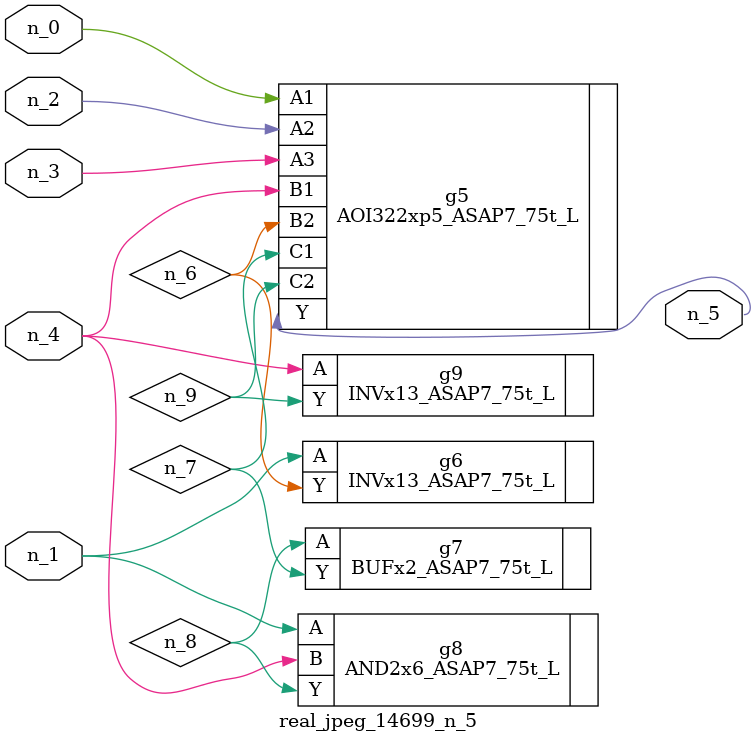
<source format=v>
module real_jpeg_14699_n_5 (n_4, n_0, n_1, n_2, n_3, n_5);

input n_4;
input n_0;
input n_1;
input n_2;
input n_3;

output n_5;

wire n_8;
wire n_6;
wire n_7;
wire n_9;

AOI322xp5_ASAP7_75t_L g5 ( 
.A1(n_0),
.A2(n_2),
.A3(n_3),
.B1(n_4),
.B2(n_6),
.C1(n_7),
.C2(n_9),
.Y(n_5)
);

INVx13_ASAP7_75t_L g6 ( 
.A(n_1),
.Y(n_6)
);

AND2x6_ASAP7_75t_L g8 ( 
.A(n_1),
.B(n_4),
.Y(n_8)
);

INVx13_ASAP7_75t_L g9 ( 
.A(n_4),
.Y(n_9)
);

BUFx2_ASAP7_75t_L g7 ( 
.A(n_8),
.Y(n_7)
);


endmodule
</source>
